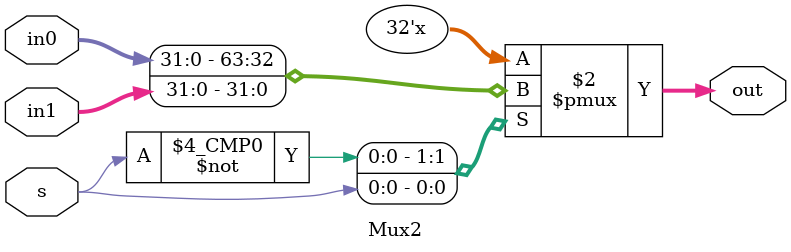
<source format=v>
`timescale 1ns / 1ps

module Mux2#(parameter width = 32)
           (in0,
             in1,
             s,
             out);
    
    input      [width-1:0] in0;
    input      [width-1:0] in1;
    input                  s;
    output reg [width-1:0] out;
    
    always @(*) begin
        case (s)
            1'b0: out    <= in0;
            1'b1: out    <= in1;
            default: out <= in0;
        endcase
    end
    
endmodule
    

</source>
